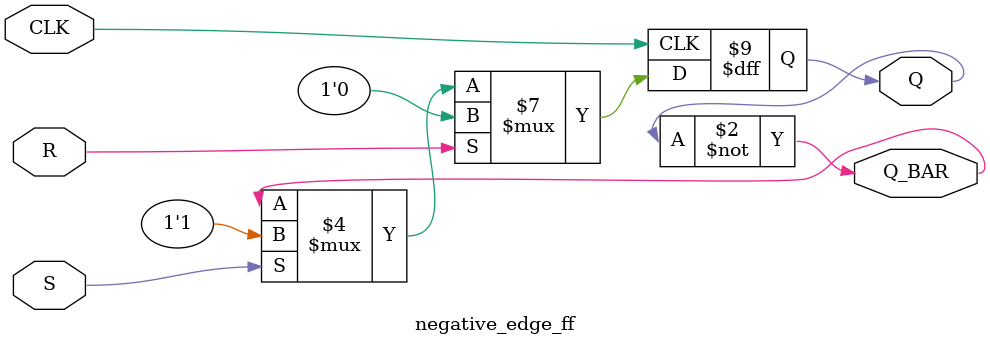
<source format=v>
module negative_edge_ff(
input S, //SET
input R, //RESET
input CLK,
output reg Q,
output Q_BAR );
always @(negedge CLK)
begin
  if (R) // Asynchronous reset
   Q <= 1'b0; 
  else if (S) // Asynchronous set
   Q <= 1'b1;
   else
    Q <= Q_BAR;
end
assign Q_BAR = ~Q;
endmodule

</source>
